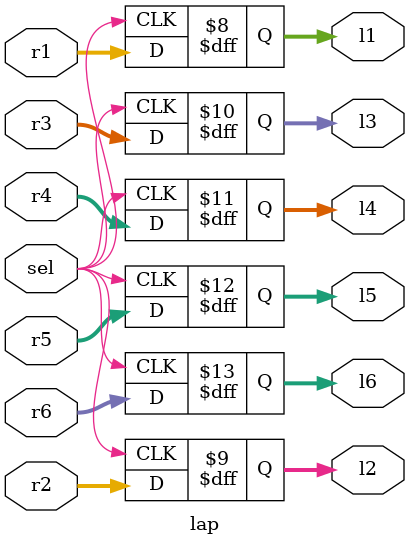
<source format=v>
module lap(
  input sel,
  input [6:0] r1,
  input [6:0] r2,
  input [6:0] r3,
  input [6:0] r4,
  input [6:0] r5,
  input [6:0] r6,
  output reg [6:0] l1 = 7'b000_0000,
  output reg [6:0] l2 = 7'b000_0000,
  output reg [6:0] l3 = 7'b000_0000,
  output reg [6:0] l4 = 7'b000_0000,
  output reg [6:0] l5 = 7'b000_0000,
  output reg [6:0] l6 = 7'b000_0000
);

always @(posedge sel)
begin
  l1[6:0] <= r1[6:0];
  l2[6:0] <= r2[6:0];
  l3[6:0] <= r3[6:0];
  l4[6:0] <= r4[6:0];
  l5[6:0] <= r5[6:0];
  l6[6:0] <= r6[6:0];
end
endmodule
</source>
